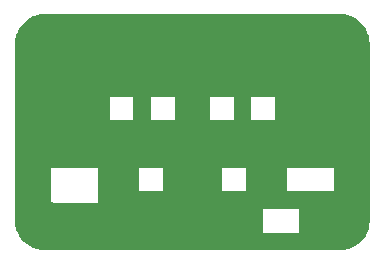
<source format=gbr>
%TF.GenerationSoftware,KiCad,Pcbnew,6.0.1-79c1e3a40b~116~ubuntu20.04.1*%
%TF.CreationDate,2022-01-29T12:29:03+01:00*%
%TF.ProjectId,filter,66696c74-6572-42e6-9b69-6361645f7063,rev?*%
%TF.SameCoordinates,Original*%
%TF.FileFunction,Soldermask,Top*%
%TF.FilePolarity,Negative*%
%FSLAX46Y46*%
G04 Gerber Fmt 4.6, Leading zero omitted, Abs format (unit mm)*
G04 Created by KiCad (PCBNEW 6.0.1-79c1e3a40b~116~ubuntu20.04.1) date 2022-01-29 12:29:03*
%MOMM*%
%LPD*%
G01*
G04 APERTURE LIST*
G04 Aperture macros list*
%AMRoundRect*
0 Rectangle with rounded corners*
0 $1 Rounding radius*
0 $2 $3 $4 $5 $6 $7 $8 $9 X,Y pos of 4 corners*
0 Add a 4 corners polygon primitive as box body*
4,1,4,$2,$3,$4,$5,$6,$7,$8,$9,$2,$3,0*
0 Add four circle primitives for the rounded corners*
1,1,$1+$1,$2,$3*
1,1,$1+$1,$4,$5*
1,1,$1+$1,$6,$7*
1,1,$1+$1,$8,$9*
0 Add four rect primitives between the rounded corners*
20,1,$1+$1,$2,$3,$4,$5,0*
20,1,$1+$1,$4,$5,$6,$7,0*
20,1,$1+$1,$6,$7,$8,$9,0*
20,1,$1+$1,$8,$9,$2,$3,0*%
G04 Aperture macros list end*
%ADD10RoundRect,0.250000X-0.450000X0.262500X-0.450000X-0.262500X0.450000X-0.262500X0.450000X0.262500X0*%
%ADD11C,3.400000*%
%ADD12RoundRect,0.250000X0.262500X0.450000X-0.262500X0.450000X-0.262500X-0.450000X0.262500X-0.450000X0*%
G04 APERTURE END LIST*
%TO.C,J1*%
G36*
X137500000Y-65500000D02*
G01*
X134500000Y-65500000D01*
X134500000Y-59500000D01*
X137500000Y-59500000D01*
X137500000Y-65500000D01*
G37*
%TO.C,J2*%
G36*
X110500000Y-65500000D02*
G01*
X107500000Y-65500000D01*
X107500000Y-59500000D01*
X110500000Y-59500000D01*
X110500000Y-65500000D01*
G37*
%TD*%
D10*
%TO.C,Z1*%
X133500000Y-62500000D03*
X133500000Y-64325000D03*
%TD*%
D11*
%TO.C,H2*%
X135000000Y-70000000D03*
%TD*%
%TO.C,H4*%
X135000000Y-55000000D03*
%TD*%
%TO.C,H7*%
X125000000Y-55000000D03*
%TD*%
D10*
%TO.C,Z6*%
X121000000Y-64587500D03*
X121000000Y-66412500D03*
%TD*%
%TO.C,Z9*%
X113500000Y-62500000D03*
X113500000Y-64325000D03*
%TD*%
D11*
%TO.C,H8*%
X125000000Y-70000000D03*
%TD*%
D10*
%TO.C,Z10*%
X111500000Y-62500000D03*
X111500000Y-64325000D03*
%TD*%
D11*
%TO.C,H6*%
X120000000Y-70000000D03*
%TD*%
D12*
%TO.C,Z7*%
X120825000Y-62500000D03*
X119000000Y-62500000D03*
%TD*%
D11*
%TO.C,H1*%
X110000000Y-70000000D03*
%TD*%
D12*
%TO.C,Z8*%
X117325000Y-62500000D03*
X115500000Y-62500000D03*
%TD*%
D10*
%TO.C,Z5*%
X124000000Y-64587500D03*
X124000000Y-66412500D03*
%TD*%
%TO.C,Z2*%
X131500000Y-62500000D03*
X131500000Y-64325000D03*
%TD*%
D12*
%TO.C,Z4*%
X126000000Y-62500000D03*
X124175000Y-62500000D03*
%TD*%
D11*
%TO.C,H3*%
X120000000Y-55000000D03*
%TD*%
%TO.C,H5*%
X110000000Y-55000000D03*
%TD*%
D12*
%TO.C,Z3*%
X129500000Y-62500000D03*
X127675000Y-62500000D03*
%TD*%
G36*
X110442121Y-70766002D02*
G01*
X110488614Y-70819658D01*
X110500000Y-70872000D01*
X110500000Y-70981885D01*
X110504475Y-70997124D01*
X110505865Y-70998329D01*
X110513548Y-71000000D01*
X131481885Y-71000000D01*
X131497124Y-70995525D01*
X131498329Y-70994135D01*
X131500000Y-70986452D01*
X131500000Y-70872000D01*
X131520002Y-70803879D01*
X131573658Y-70757386D01*
X131626000Y-70746000D01*
X137205393Y-70746000D01*
X137273514Y-70766002D01*
X137320007Y-70819658D01*
X137330111Y-70889932D01*
X137324706Y-70912503D01*
X137312354Y-70948889D01*
X137306047Y-70964114D01*
X137168717Y-71242592D01*
X137160476Y-71256866D01*
X136987973Y-71515034D01*
X136977940Y-71528109D01*
X136773212Y-71761557D01*
X136761557Y-71773212D01*
X136528109Y-71977940D01*
X136515034Y-71987973D01*
X136256866Y-72160476D01*
X136242592Y-72168717D01*
X135964114Y-72306047D01*
X135948888Y-72312354D01*
X135654871Y-72412160D01*
X135638950Y-72416426D01*
X135334413Y-72477001D01*
X135318073Y-72479152D01*
X135004119Y-72499730D01*
X134995878Y-72500000D01*
X110004122Y-72500000D01*
X109995881Y-72499730D01*
X109681927Y-72479152D01*
X109665587Y-72477001D01*
X109361050Y-72416426D01*
X109345129Y-72412160D01*
X109051112Y-72312354D01*
X109035886Y-72306047D01*
X108757408Y-72168717D01*
X108743134Y-72160476D01*
X108484966Y-71987973D01*
X108471891Y-71977940D01*
X108238443Y-71773212D01*
X108226788Y-71761557D01*
X108022060Y-71528109D01*
X108012027Y-71515034D01*
X107839524Y-71256866D01*
X107831283Y-71242592D01*
X107693953Y-70964114D01*
X107687646Y-70948889D01*
X107675294Y-70912503D01*
X107672337Y-70841568D01*
X107708200Y-70780295D01*
X107771496Y-70748138D01*
X107794607Y-70746000D01*
X110374000Y-70746000D01*
X110442121Y-70766002D01*
G37*
G36*
X137442121Y-67266002D02*
G01*
X137488614Y-67319658D01*
X137500000Y-67372000D01*
X137500000Y-69995878D01*
X137499730Y-70004119D01*
X137479152Y-70318073D01*
X137477001Y-70334413D01*
X137416426Y-70638950D01*
X137412160Y-70654871D01*
X137312354Y-70948888D01*
X137306047Y-70964114D01*
X137197746Y-71183728D01*
X137149678Y-71235977D01*
X137084740Y-71254000D01*
X131503088Y-71254000D01*
X131496906Y-71253848D01*
X131481291Y-71253081D01*
X131468982Y-71251869D01*
X131460671Y-71250636D01*
X131396223Y-71220854D01*
X131358108Y-71160956D01*
X131358426Y-71089960D01*
X131397077Y-71030407D01*
X131461790Y-71001203D01*
X131479162Y-71000000D01*
X131481885Y-71000000D01*
X131497124Y-70995525D01*
X131498329Y-70994135D01*
X131500000Y-70986452D01*
X131500000Y-69018115D01*
X131495525Y-69002876D01*
X131494135Y-69001671D01*
X131486452Y-69000000D01*
X131372000Y-69000000D01*
X131303879Y-68979998D01*
X131257386Y-68926342D01*
X131246000Y-68874000D01*
X131246000Y-67626000D01*
X131266002Y-67557879D01*
X131319658Y-67511386D01*
X131372000Y-67500000D01*
X134481885Y-67500000D01*
X134497124Y-67495525D01*
X134498329Y-67494135D01*
X134500000Y-67486452D01*
X134500000Y-67372000D01*
X134520002Y-67303879D01*
X134573658Y-67257386D01*
X134626000Y-67246000D01*
X137374000Y-67246000D01*
X137442121Y-67266002D01*
G37*
G36*
X110503094Y-64746152D02*
G01*
X110518709Y-64746919D01*
X110531015Y-64748131D01*
X110543426Y-64749972D01*
X110555552Y-64752384D01*
X110567733Y-64755435D01*
X110579565Y-64759024D01*
X110591371Y-64763248D01*
X110602798Y-64767981D01*
X110614141Y-64773346D01*
X110625052Y-64779178D01*
X110635810Y-64785627D01*
X110646079Y-64792489D01*
X110656163Y-64799967D01*
X110665733Y-64807821D01*
X110675025Y-64816244D01*
X110683756Y-64824975D01*
X110692179Y-64834267D01*
X110700033Y-64843837D01*
X110707511Y-64853921D01*
X110714373Y-64864190D01*
X110720822Y-64874948D01*
X110726654Y-64885859D01*
X110732019Y-64897202D01*
X110736752Y-64908629D01*
X110740976Y-64920435D01*
X110744565Y-64932267D01*
X110747616Y-64944448D01*
X110750028Y-64956574D01*
X110751869Y-64968985D01*
X110753081Y-64981291D01*
X110753848Y-64996906D01*
X110754000Y-65003088D01*
X110754000Y-65374000D01*
X110733998Y-65442121D01*
X110680342Y-65488614D01*
X110628000Y-65500000D01*
X110518115Y-65500000D01*
X110502876Y-65504475D01*
X110501671Y-65505865D01*
X110500000Y-65513548D01*
X110500000Y-68481885D01*
X110504475Y-68497124D01*
X110505865Y-68498329D01*
X110513548Y-68500000D01*
X110628000Y-68500000D01*
X110696121Y-68520002D01*
X110742614Y-68573658D01*
X110754000Y-68626000D01*
X110754000Y-70996912D01*
X110753848Y-71003094D01*
X110753081Y-71018709D01*
X110751869Y-71031015D01*
X110750028Y-71043426D01*
X110747616Y-71055552D01*
X110744565Y-71067733D01*
X110740976Y-71079565D01*
X110736752Y-71091371D01*
X110732019Y-71102798D01*
X110726654Y-71114141D01*
X110720822Y-71125052D01*
X110714373Y-71135810D01*
X110707511Y-71146079D01*
X110700033Y-71156163D01*
X110692179Y-71165733D01*
X110683756Y-71175025D01*
X110675025Y-71183756D01*
X110665733Y-71192179D01*
X110656163Y-71200033D01*
X110646079Y-71207511D01*
X110635810Y-71214373D01*
X110625052Y-71220822D01*
X110614141Y-71226654D01*
X110602798Y-71232019D01*
X110591371Y-71236752D01*
X110579565Y-71240976D01*
X110567733Y-71244565D01*
X110555552Y-71247616D01*
X110543426Y-71250028D01*
X110531015Y-71251869D01*
X110518709Y-71253081D01*
X110503094Y-71253848D01*
X110496912Y-71254000D01*
X107915260Y-71254000D01*
X107847139Y-71233998D01*
X107802254Y-71183728D01*
X107693953Y-70964114D01*
X107687646Y-70948888D01*
X107587840Y-70654871D01*
X107583574Y-70638950D01*
X107522999Y-70334413D01*
X107520848Y-70318073D01*
X107500270Y-70004119D01*
X107500000Y-69995878D01*
X107500000Y-64872000D01*
X107520002Y-64803879D01*
X107573658Y-64757386D01*
X107626000Y-64746000D01*
X110496912Y-64746000D01*
X110503094Y-64746152D01*
G37*
G36*
X115503094Y-59246152D02*
G01*
X115518709Y-59246919D01*
X115531018Y-59248131D01*
X115539329Y-59249364D01*
X115603777Y-59279146D01*
X115641892Y-59339044D01*
X115641574Y-59410040D01*
X115602923Y-59469593D01*
X115538210Y-59498797D01*
X115520838Y-59500000D01*
X115518115Y-59500000D01*
X115502876Y-59504475D01*
X115501671Y-59505865D01*
X115500000Y-59513548D01*
X115500000Y-61481885D01*
X115504475Y-61497124D01*
X115505865Y-61498329D01*
X115513548Y-61500000D01*
X117481885Y-61500000D01*
X117497124Y-61495525D01*
X117498329Y-61494135D01*
X117500000Y-61486452D01*
X117500000Y-59518115D01*
X117495525Y-59502876D01*
X117494135Y-59501671D01*
X117486452Y-59500000D01*
X117479162Y-59500000D01*
X117411041Y-59479998D01*
X117364548Y-59426342D01*
X117354444Y-59356068D01*
X117383938Y-59291488D01*
X117443664Y-59253104D01*
X117460671Y-59249364D01*
X117468982Y-59248131D01*
X117481291Y-59246919D01*
X117496906Y-59246152D01*
X117503088Y-59246000D01*
X118996912Y-59246000D01*
X119003094Y-59246152D01*
X119018709Y-59246919D01*
X119031018Y-59248131D01*
X119039329Y-59249364D01*
X119103777Y-59279146D01*
X119141892Y-59339044D01*
X119141574Y-59410040D01*
X119102923Y-59469593D01*
X119038210Y-59498797D01*
X119020838Y-59500000D01*
X119018115Y-59500000D01*
X119002876Y-59504475D01*
X119001671Y-59505865D01*
X119000000Y-59513548D01*
X119000000Y-61481885D01*
X119004475Y-61497124D01*
X119005865Y-61498329D01*
X119013548Y-61500000D01*
X120981885Y-61500000D01*
X120997124Y-61495525D01*
X120998329Y-61494135D01*
X121000000Y-61486452D01*
X121000000Y-59518115D01*
X120995525Y-59502876D01*
X120994135Y-59501671D01*
X120986452Y-59500000D01*
X120979162Y-59500000D01*
X120911041Y-59479998D01*
X120864548Y-59426342D01*
X120854444Y-59356068D01*
X120883938Y-59291488D01*
X120943664Y-59253104D01*
X120960671Y-59249364D01*
X120968982Y-59248131D01*
X120981291Y-59246919D01*
X120996906Y-59246152D01*
X121003088Y-59246000D01*
X123996912Y-59246000D01*
X124003094Y-59246152D01*
X124018709Y-59246919D01*
X124031018Y-59248131D01*
X124039329Y-59249364D01*
X124103777Y-59279146D01*
X124141892Y-59339044D01*
X124141574Y-59410040D01*
X124102923Y-59469593D01*
X124038210Y-59498797D01*
X124020838Y-59500000D01*
X124018115Y-59500000D01*
X124002876Y-59504475D01*
X124001671Y-59505865D01*
X124000000Y-59513548D01*
X124000000Y-61481885D01*
X124004475Y-61497124D01*
X124005865Y-61498329D01*
X124013548Y-61500000D01*
X125981885Y-61500000D01*
X125997124Y-61495525D01*
X125998329Y-61494135D01*
X126000000Y-61486452D01*
X126000000Y-59518115D01*
X125995525Y-59502876D01*
X125994135Y-59501671D01*
X125986452Y-59500000D01*
X125979162Y-59500000D01*
X125911041Y-59479998D01*
X125864548Y-59426342D01*
X125854444Y-59356068D01*
X125883938Y-59291488D01*
X125943664Y-59253104D01*
X125960671Y-59249364D01*
X125968982Y-59248131D01*
X125981291Y-59246919D01*
X125996906Y-59246152D01*
X126003088Y-59246000D01*
X127496912Y-59246000D01*
X127503094Y-59246152D01*
X127518709Y-59246919D01*
X127531018Y-59248131D01*
X127539329Y-59249364D01*
X127603777Y-59279146D01*
X127641892Y-59339044D01*
X127641574Y-59410040D01*
X127602923Y-59469593D01*
X127538210Y-59498797D01*
X127520838Y-59500000D01*
X127518115Y-59500000D01*
X127502876Y-59504475D01*
X127501671Y-59505865D01*
X127500000Y-59513548D01*
X127500000Y-61481885D01*
X127504475Y-61497124D01*
X127505865Y-61498329D01*
X127513548Y-61500000D01*
X129481885Y-61500000D01*
X129497124Y-61495525D01*
X129498329Y-61494135D01*
X129500000Y-61486452D01*
X129500000Y-59518115D01*
X129495525Y-59502876D01*
X129494135Y-59501671D01*
X129486452Y-59500000D01*
X129479162Y-59500000D01*
X129411041Y-59479998D01*
X129364548Y-59426342D01*
X129354444Y-59356068D01*
X129383938Y-59291488D01*
X129443664Y-59253104D01*
X129460671Y-59249364D01*
X129468982Y-59248131D01*
X129481291Y-59246919D01*
X129496906Y-59246152D01*
X129503088Y-59246000D01*
X137374000Y-59246000D01*
X137442121Y-59266002D01*
X137488614Y-59319658D01*
X137500000Y-59372000D01*
X137500000Y-65628000D01*
X137479998Y-65696121D01*
X137426342Y-65742614D01*
X137374000Y-65754000D01*
X134626000Y-65754000D01*
X134557879Y-65733998D01*
X134511386Y-65680342D01*
X134500000Y-65628000D01*
X134500000Y-65518115D01*
X134495525Y-65502876D01*
X134494135Y-65501671D01*
X134486452Y-65500000D01*
X110518115Y-65500000D01*
X110502876Y-65504475D01*
X110501671Y-65505865D01*
X110500000Y-65513548D01*
X110500000Y-65628000D01*
X110479998Y-65696121D01*
X110426342Y-65742614D01*
X110374000Y-65754000D01*
X107626000Y-65754000D01*
X107557879Y-65733998D01*
X107511386Y-65680342D01*
X107500000Y-65628000D01*
X107500000Y-59372000D01*
X107520002Y-59303879D01*
X107573658Y-59257386D01*
X107626000Y-59246000D01*
X115496912Y-59246000D01*
X115503094Y-59246152D01*
G37*
G36*
X130503094Y-64746152D02*
G01*
X130518709Y-64746919D01*
X130531015Y-64748131D01*
X130543426Y-64749972D01*
X130555552Y-64752384D01*
X130567733Y-64755435D01*
X130579565Y-64759024D01*
X130591371Y-64763248D01*
X130602798Y-64767981D01*
X130614141Y-64773346D01*
X130625052Y-64779178D01*
X130635810Y-64785627D01*
X130646079Y-64792489D01*
X130656163Y-64799967D01*
X130665733Y-64807821D01*
X130675025Y-64816244D01*
X130683756Y-64824975D01*
X130692179Y-64834267D01*
X130700033Y-64843837D01*
X130707511Y-64853921D01*
X130714373Y-64864190D01*
X130720822Y-64874948D01*
X130726654Y-64885859D01*
X130732019Y-64897202D01*
X130736752Y-64908629D01*
X130740976Y-64920435D01*
X130744565Y-64932267D01*
X130747616Y-64944448D01*
X130750028Y-64956574D01*
X130751869Y-64968985D01*
X130753081Y-64981291D01*
X130753848Y-64996906D01*
X130754000Y-65003088D01*
X130754000Y-65374000D01*
X130733998Y-65442121D01*
X130680342Y-65488614D01*
X130628000Y-65500000D01*
X130518115Y-65500000D01*
X130502876Y-65504475D01*
X130501671Y-65505865D01*
X130500000Y-65513548D01*
X130500000Y-67481885D01*
X130504475Y-67497124D01*
X130505865Y-67498329D01*
X130513548Y-67500000D01*
X131628000Y-67500000D01*
X131696121Y-67520002D01*
X131742614Y-67573658D01*
X131754000Y-67626000D01*
X131754000Y-68996912D01*
X131753848Y-69003094D01*
X131753081Y-69018709D01*
X131751869Y-69031018D01*
X131750636Y-69039329D01*
X131720854Y-69103777D01*
X131660956Y-69141892D01*
X131589960Y-69141574D01*
X131530407Y-69102923D01*
X131501203Y-69038210D01*
X131500000Y-69020838D01*
X131500000Y-69018115D01*
X131495525Y-69002876D01*
X131494135Y-69001671D01*
X131486452Y-69000000D01*
X128518115Y-69000000D01*
X128502876Y-69004475D01*
X128501671Y-69005865D01*
X128500000Y-69013548D01*
X128500000Y-69020838D01*
X128479998Y-69088959D01*
X128426342Y-69135452D01*
X128356068Y-69145556D01*
X128291488Y-69116062D01*
X128253104Y-69056336D01*
X128249364Y-69039329D01*
X128248131Y-69031018D01*
X128246919Y-69018709D01*
X128246152Y-69003094D01*
X128246000Y-68996912D01*
X128246000Y-68772115D01*
X128241525Y-68756876D01*
X128240135Y-68755671D01*
X128232452Y-68754000D01*
X127003088Y-68754000D01*
X126996906Y-68753848D01*
X126981291Y-68753081D01*
X126968985Y-68751869D01*
X126956574Y-68750028D01*
X126944448Y-68747616D01*
X126932267Y-68744565D01*
X126920435Y-68740976D01*
X126908629Y-68736752D01*
X126897202Y-68732019D01*
X126885859Y-68726654D01*
X126874948Y-68720822D01*
X126864190Y-68714373D01*
X126853921Y-68707511D01*
X126843837Y-68700033D01*
X126834267Y-68692179D01*
X126824975Y-68683756D01*
X126816244Y-68675025D01*
X126807821Y-68665733D01*
X126799967Y-68656163D01*
X126792489Y-68646079D01*
X126785627Y-68635810D01*
X126779178Y-68625052D01*
X126773346Y-68614141D01*
X126767981Y-68602798D01*
X126763248Y-68591371D01*
X126759024Y-68579565D01*
X126755435Y-68567733D01*
X126752384Y-68555552D01*
X126749972Y-68543426D01*
X126748131Y-68531015D01*
X126746919Y-68518709D01*
X126746152Y-68503094D01*
X126746000Y-68496912D01*
X126746000Y-67626000D01*
X126766002Y-67557879D01*
X126819658Y-67511386D01*
X126872000Y-67500000D01*
X126981885Y-67500000D01*
X126997124Y-67495525D01*
X126998329Y-67494135D01*
X127000000Y-67486452D01*
X127000000Y-65518115D01*
X126995525Y-65502876D01*
X126994135Y-65501671D01*
X126986452Y-65500000D01*
X126872000Y-65500000D01*
X126803879Y-65479998D01*
X126757386Y-65426342D01*
X126746000Y-65374000D01*
X126746000Y-65003088D01*
X126746152Y-64996906D01*
X126746919Y-64981291D01*
X126748131Y-64968985D01*
X126749972Y-64956574D01*
X126752384Y-64944448D01*
X126755435Y-64932267D01*
X126759024Y-64920435D01*
X126763248Y-64908629D01*
X126767981Y-64897202D01*
X126773346Y-64885859D01*
X126779178Y-64874948D01*
X126785627Y-64864190D01*
X126792489Y-64853921D01*
X126799967Y-64843837D01*
X126807821Y-64834267D01*
X126816244Y-64824975D01*
X126824975Y-64816244D01*
X126834267Y-64807821D01*
X126843837Y-64799967D01*
X126853921Y-64792489D01*
X126864190Y-64785627D01*
X126874948Y-64779178D01*
X126885859Y-64773346D01*
X126897202Y-64767981D01*
X126908629Y-64763248D01*
X126920435Y-64759024D01*
X126932267Y-64755435D01*
X126944448Y-64752384D01*
X126956574Y-64749972D01*
X126968985Y-64748131D01*
X126981291Y-64746919D01*
X126996906Y-64746152D01*
X127003088Y-64746000D01*
X130496912Y-64746000D01*
X130503094Y-64746152D01*
G37*
G36*
X137442121Y-64766002D02*
G01*
X137488614Y-64819658D01*
X137500000Y-64872000D01*
X137500000Y-67628000D01*
X137479998Y-67696121D01*
X137426342Y-67742614D01*
X137374000Y-67754000D01*
X134503088Y-67754000D01*
X134496906Y-67753848D01*
X134481291Y-67753081D01*
X134468982Y-67751869D01*
X134460671Y-67750636D01*
X134396223Y-67720854D01*
X134358108Y-67660956D01*
X134358426Y-67589960D01*
X134397077Y-67530407D01*
X134461790Y-67501203D01*
X134479162Y-67500000D01*
X134481885Y-67500000D01*
X134497124Y-67495525D01*
X134498329Y-67494135D01*
X134500000Y-67486452D01*
X134500000Y-65518115D01*
X134495525Y-65502876D01*
X134494135Y-65501671D01*
X134486452Y-65500000D01*
X134372000Y-65500000D01*
X134303879Y-65479998D01*
X134257386Y-65426342D01*
X134246000Y-65374000D01*
X134246000Y-65003088D01*
X134246152Y-64996906D01*
X134246919Y-64981291D01*
X134248131Y-64968985D01*
X134249972Y-64956574D01*
X134252384Y-64944448D01*
X134255435Y-64932267D01*
X134259024Y-64920435D01*
X134263248Y-64908629D01*
X134267981Y-64897202D01*
X134273346Y-64885859D01*
X134279178Y-64874948D01*
X134285627Y-64864190D01*
X134292489Y-64853921D01*
X134299967Y-64843837D01*
X134307821Y-64834267D01*
X134316244Y-64824975D01*
X134324975Y-64816244D01*
X134334267Y-64807821D01*
X134343837Y-64799967D01*
X134353921Y-64792489D01*
X134364190Y-64785627D01*
X134374948Y-64779178D01*
X134385859Y-64773346D01*
X134397202Y-64767981D01*
X134408629Y-64763248D01*
X134420435Y-64759024D01*
X134432267Y-64755435D01*
X134444448Y-64752384D01*
X134456574Y-64749972D01*
X134468985Y-64748131D01*
X134481291Y-64746919D01*
X134496906Y-64746152D01*
X134503088Y-64746000D01*
X137374000Y-64746000D01*
X137442121Y-64766002D01*
G37*
G36*
X118003094Y-65246152D02*
G01*
X118018709Y-65246919D01*
X118031018Y-65248131D01*
X118039329Y-65249364D01*
X118103777Y-65279146D01*
X118141892Y-65339044D01*
X118141574Y-65410040D01*
X118102923Y-65469593D01*
X118038210Y-65498797D01*
X118020838Y-65500000D01*
X118018115Y-65500000D01*
X118002876Y-65504475D01*
X118001671Y-65505865D01*
X118000000Y-65513548D01*
X118000000Y-67481885D01*
X118004475Y-67497124D01*
X118005865Y-67498329D01*
X118013548Y-67500000D01*
X119981885Y-67500000D01*
X119997124Y-67495525D01*
X119998329Y-67494135D01*
X120000000Y-67486452D01*
X120000000Y-65518115D01*
X119995525Y-65502876D01*
X119994135Y-65501671D01*
X119986452Y-65500000D01*
X119979162Y-65500000D01*
X119911041Y-65479998D01*
X119864548Y-65426342D01*
X119854444Y-65356068D01*
X119883938Y-65291488D01*
X119943664Y-65253104D01*
X119960671Y-65249364D01*
X119968982Y-65248131D01*
X119981291Y-65246919D01*
X119996906Y-65246152D01*
X120003088Y-65246000D01*
X124996912Y-65246000D01*
X125003094Y-65246152D01*
X125018709Y-65246919D01*
X125031018Y-65248131D01*
X125039329Y-65249364D01*
X125103777Y-65279146D01*
X125141892Y-65339044D01*
X125141574Y-65410040D01*
X125102923Y-65469593D01*
X125038210Y-65498797D01*
X125020838Y-65500000D01*
X125018115Y-65500000D01*
X125002876Y-65504475D01*
X125001671Y-65505865D01*
X125000000Y-65513548D01*
X125000000Y-67481885D01*
X125004475Y-67497124D01*
X125005865Y-67498329D01*
X125013548Y-67500000D01*
X126981885Y-67500000D01*
X126997124Y-67495525D01*
X126998329Y-67494135D01*
X127000000Y-67486452D01*
X127000000Y-67372000D01*
X127020002Y-67303879D01*
X127073658Y-67257386D01*
X127126000Y-67246000D01*
X128496912Y-67246000D01*
X128503094Y-67246152D01*
X128518709Y-67246919D01*
X128531015Y-67248131D01*
X128543426Y-67249972D01*
X128555552Y-67252384D01*
X128567733Y-67255435D01*
X128579565Y-67259024D01*
X128591371Y-67263248D01*
X128602798Y-67267981D01*
X128614141Y-67273346D01*
X128625052Y-67279178D01*
X128635810Y-67285627D01*
X128646079Y-67292489D01*
X128656163Y-67299967D01*
X128665733Y-67307821D01*
X128675025Y-67316244D01*
X128683756Y-67324975D01*
X128692179Y-67334267D01*
X128700033Y-67343837D01*
X128707511Y-67353921D01*
X128714373Y-67364190D01*
X128720822Y-67374948D01*
X128726654Y-67385859D01*
X128732019Y-67397202D01*
X128736752Y-67408629D01*
X128740976Y-67420435D01*
X128744565Y-67432267D01*
X128747616Y-67444448D01*
X128750028Y-67456574D01*
X128751869Y-67468985D01*
X128753081Y-67481291D01*
X128753848Y-67496906D01*
X128754000Y-67503088D01*
X128754000Y-68874000D01*
X128733998Y-68942121D01*
X128680342Y-68988614D01*
X128628000Y-69000000D01*
X128518115Y-69000000D01*
X128502876Y-69004475D01*
X128501671Y-69005865D01*
X128500000Y-69013548D01*
X128500000Y-70981885D01*
X128504475Y-70997124D01*
X128505865Y-70998329D01*
X128513548Y-71000000D01*
X128520838Y-71000000D01*
X128588959Y-71020002D01*
X128635452Y-71073658D01*
X128645556Y-71143932D01*
X128616062Y-71208512D01*
X128556336Y-71246896D01*
X128539329Y-71250636D01*
X128531018Y-71251869D01*
X128518709Y-71253081D01*
X128503094Y-71253848D01*
X128496912Y-71254000D01*
X110503088Y-71254000D01*
X110496906Y-71253848D01*
X110481291Y-71253081D01*
X110468985Y-71251869D01*
X110456574Y-71250028D01*
X110444448Y-71247616D01*
X110432267Y-71244565D01*
X110420435Y-71240976D01*
X110408629Y-71236752D01*
X110397202Y-71232019D01*
X110385859Y-71226654D01*
X110374948Y-71220822D01*
X110364190Y-71214373D01*
X110353921Y-71207511D01*
X110343837Y-71200033D01*
X110334267Y-71192179D01*
X110324975Y-71183756D01*
X110316244Y-71175025D01*
X110307821Y-71165733D01*
X110299967Y-71156163D01*
X110292489Y-71146079D01*
X110285627Y-71135810D01*
X110279178Y-71125052D01*
X110273346Y-71114141D01*
X110267981Y-71102798D01*
X110263248Y-71091371D01*
X110259024Y-71079565D01*
X110255435Y-71067733D01*
X110252384Y-71055552D01*
X110249972Y-71043426D01*
X110248131Y-71031015D01*
X110246919Y-71018709D01*
X110246152Y-71003094D01*
X110246000Y-70996912D01*
X110246000Y-68503088D01*
X110246152Y-68496906D01*
X110246919Y-68481291D01*
X110248131Y-68468982D01*
X110249364Y-68460671D01*
X110279146Y-68396223D01*
X110339044Y-68358108D01*
X110410040Y-68358426D01*
X110469593Y-68397077D01*
X110498797Y-68461790D01*
X110500000Y-68479162D01*
X110500000Y-68481885D01*
X110504475Y-68497124D01*
X110505865Y-68498329D01*
X110513548Y-68500000D01*
X114481885Y-68500000D01*
X114497124Y-68495525D01*
X114498329Y-68494135D01*
X114500000Y-68486452D01*
X114500000Y-65518115D01*
X114495525Y-65502876D01*
X114494135Y-65501671D01*
X114486452Y-65500000D01*
X114479162Y-65500000D01*
X114411041Y-65479998D01*
X114364548Y-65426342D01*
X114354444Y-65356068D01*
X114383938Y-65291488D01*
X114443664Y-65253104D01*
X114460671Y-65249364D01*
X114468982Y-65248131D01*
X114481291Y-65246919D01*
X114496906Y-65246152D01*
X114503088Y-65246000D01*
X117996912Y-65246000D01*
X118003094Y-65246152D01*
G37*
G36*
X135004119Y-52500270D02*
G01*
X135318073Y-52520848D01*
X135334413Y-52522999D01*
X135638950Y-52583574D01*
X135654871Y-52587840D01*
X135948888Y-52687646D01*
X135964114Y-52693953D01*
X136242592Y-52831283D01*
X136256866Y-52839524D01*
X136515034Y-53012027D01*
X136528109Y-53022060D01*
X136761557Y-53226788D01*
X136773212Y-53238443D01*
X136977940Y-53471891D01*
X136987973Y-53484966D01*
X137160476Y-53743134D01*
X137168717Y-53757408D01*
X137306047Y-54035886D01*
X137312354Y-54051112D01*
X137412160Y-54345129D01*
X137416426Y-54361050D01*
X137477001Y-54665587D01*
X137479152Y-54681927D01*
X137499730Y-54995881D01*
X137500000Y-55004122D01*
X137500000Y-59628000D01*
X137479998Y-59696121D01*
X137426342Y-59742614D01*
X137374000Y-59754000D01*
X129626000Y-59754000D01*
X129557879Y-59733998D01*
X129511386Y-59680342D01*
X129500000Y-59628000D01*
X129500000Y-59518115D01*
X129495525Y-59502876D01*
X129494135Y-59501671D01*
X129486452Y-59500000D01*
X127518115Y-59500000D01*
X127502876Y-59504475D01*
X127501671Y-59505865D01*
X127500000Y-59513548D01*
X127500000Y-59628000D01*
X127479998Y-59696121D01*
X127426342Y-59742614D01*
X127374000Y-59754000D01*
X126126000Y-59754000D01*
X126057879Y-59733998D01*
X126011386Y-59680342D01*
X126000000Y-59628000D01*
X126000000Y-59518115D01*
X125995525Y-59502876D01*
X125994135Y-59501671D01*
X125986452Y-59500000D01*
X124018115Y-59500000D01*
X124002876Y-59504475D01*
X124001671Y-59505865D01*
X124000000Y-59513548D01*
X124000000Y-59628000D01*
X123979998Y-59696121D01*
X123926342Y-59742614D01*
X123874000Y-59754000D01*
X121126000Y-59754000D01*
X121057879Y-59733998D01*
X121011386Y-59680342D01*
X121000000Y-59628000D01*
X121000000Y-59518115D01*
X120995525Y-59502876D01*
X120994135Y-59501671D01*
X120986452Y-59500000D01*
X119018115Y-59500000D01*
X119002876Y-59504475D01*
X119001671Y-59505865D01*
X119000000Y-59513548D01*
X119000000Y-59628000D01*
X118979998Y-59696121D01*
X118926342Y-59742614D01*
X118874000Y-59754000D01*
X117626000Y-59754000D01*
X117557879Y-59733998D01*
X117511386Y-59680342D01*
X117500000Y-59628000D01*
X117500000Y-59518115D01*
X117495525Y-59502876D01*
X117494135Y-59501671D01*
X117486452Y-59500000D01*
X115518115Y-59500000D01*
X115502876Y-59504475D01*
X115501671Y-59505865D01*
X115500000Y-59513548D01*
X115500000Y-59628000D01*
X115479998Y-59696121D01*
X115426342Y-59742614D01*
X115374000Y-59754000D01*
X107626000Y-59754000D01*
X107557879Y-59733998D01*
X107511386Y-59680342D01*
X107500000Y-59628000D01*
X107500000Y-55004122D01*
X107500270Y-54995881D01*
X107520848Y-54681927D01*
X107522999Y-54665587D01*
X107583574Y-54361050D01*
X107587840Y-54345129D01*
X107687646Y-54051112D01*
X107693953Y-54035886D01*
X107831283Y-53757408D01*
X107839524Y-53743134D01*
X108012027Y-53484966D01*
X108022060Y-53471891D01*
X108226788Y-53238443D01*
X108238443Y-53226788D01*
X108471891Y-53022060D01*
X108484966Y-53012027D01*
X108743134Y-52839524D01*
X108757408Y-52831283D01*
X109035886Y-52693953D01*
X109051112Y-52687646D01*
X109345129Y-52587840D01*
X109361050Y-52583574D01*
X109665587Y-52522999D01*
X109681927Y-52520848D01*
X109995881Y-52500270D01*
X110004122Y-52500000D01*
X134995878Y-52500000D01*
X135004119Y-52500270D01*
G37*
M02*

</source>
